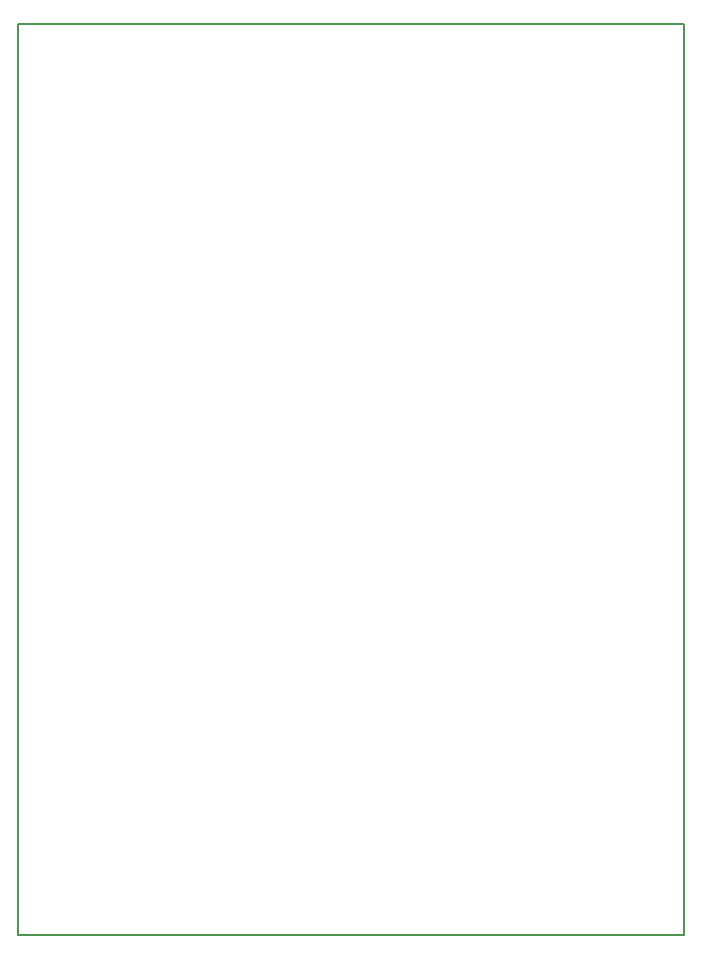
<source format=gm1>
G04 MADE WITH FRITZING*
G04 WWW.FRITZING.ORG*
G04 DOUBLE SIDED*
G04 HOLES PLATED*
G04 CONTOUR ON CENTER OF CONTOUR VECTOR*
%ASAXBY*%
%FSLAX23Y23*%
%MOIN*%
%OFA0B0*%
%SFA1.0B1.0*%
%ADD10R,2.228450X3.044990*%
%ADD11C,0.008000*%
%ADD10C,0.008*%
%LNCONTOUR*%
G90*
G70*
G54D10*
G54D11*
X4Y3041D02*
X2224Y3041D01*
X2224Y4D01*
X4Y4D01*
X4Y3041D01*
D02*
G04 End of contour*
M02*
</source>
